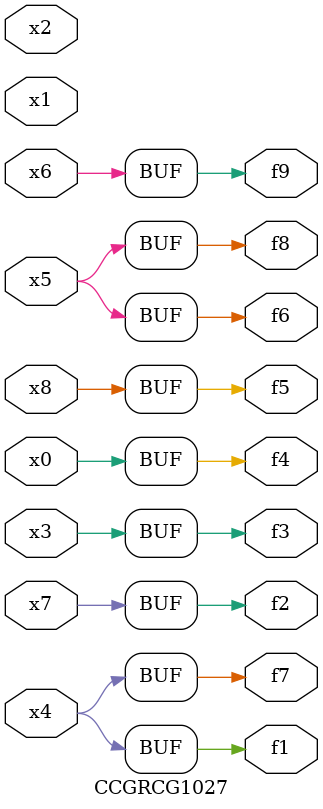
<source format=v>
module CCGRCG1027(
	input x0, x1, x2, x3, x4, x5, x6, x7, x8,
	output f1, f2, f3, f4, f5, f6, f7, f8, f9
);
	assign f1 = x4;
	assign f2 = x7;
	assign f3 = x3;
	assign f4 = x0;
	assign f5 = x8;
	assign f6 = x5;
	assign f7 = x4;
	assign f8 = x5;
	assign f9 = x6;
endmodule

</source>
